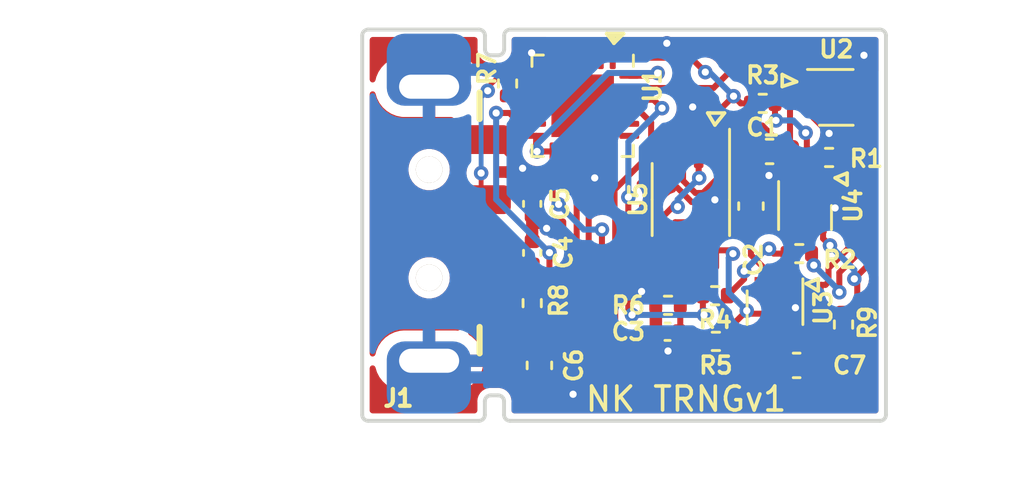
<source format=kicad_pcb>
(kicad_pcb (version 20211014) (generator pcbnew)
  (layers (0 "F.Cu" signal) (31 "B.Cu" signal) (34 "B.Paste" user) (35 "F.Paste" user) (36 "B.SilkS" user "B.Silkscreen") (37 "F.SilkS" user "F.Silkscreen") (38 "B.Mask" user) (39 "F.Mask" user) (44 "Edge.Cuts" user))
  (net 0 "")
  (net 1 "Net-(C1-Pad1)")
  (net 2 "GND")
  (net 3 "Net-(C2-Pad1)")
  (net 4 "/VREF")
  (net 5 "Net-(R1-Pad1)")
  (net 6 "/AOUT1")
  (net 7 "Net-(R2-Pad1)")
  (net 8 "/AOUT2")
  (net 9 "/COMP1")
  (net 10 "/COMP2")
  (net 11 "/3V3")
  (net 20 "/SW2EN")
  (net 21 "/SW1EN")
  (net 22 "/D-")
  (net 23 "/D+")
  (net 24 "Net-(R7-Pad1)")
  (net 25 "Net-(R8-Pad1)")
  (net 26 "/VBUS")
  (footprint "Capacitor_SMD:C_0603_1608Metric" (layer "F.Cu") (at 151.4 83.6)
    (fp_text reference "C7" (at 2.2 0) (layer "F.SilkS") (effects (font (size 0.7 0.7))))
    (fp_text value "4.7u")
    (fp_line (start -0.14058 0.51) (end 0.14058 0.51) (layer "F.SilkS") (width 0.12))
    (fp_line (start -0.14058 -0.51) (end 0.14058 -0.51) (layer "F.SilkS") (width 0.12))
    (pad "1" smd roundrect locked (at -0.775 0) (size 0.9 0.95) (layers "F.Cu" "F.Paste" "F.Mask") (net 11 "/3V3"))
    (pad "2" smd roundrect locked (at 0.775 0) (size 0.9 0.95) (layers "F.Cu" "F.Paste" "F.Mask") (net 2 "GND"))
  )
  (footprint "Package_TO_SOT_SMD:SOT-353_SC-70-5" (layer "F.Cu") (at 150.5 81.2 -90)
    (fp_text reference "U3" (at 0 -2 90) (layer "F.SilkS") (effects (font (size 0.7 0.7))))
    (fp_text value "MC74VHC1G66DFT1G")
    (fp_line (start -0.7 1.16) (end 0.7 1.16) (layer "F.SilkS") (width 0.12))
    (fp_line (start 0.7 -1.16) (end -1.2 -1.16) (layer "F.SilkS") (width 0.12))
    (pad "1" smd rect locked (at -0.95 -0.65 270) (size 0.65 0.4) (layers "F.Cu" "F.Paste" "F.Mask") (net 6 "/AOUT1"))
    (pad "2" smd rect locked (at -0.95 0 270) (size 0.65 0.4) (layers "F.Cu" "F.Paste" "F.Mask") (net 3 "Net-(C2-Pad1)"))
    (pad "3" smd rect locked (at -0.95 0.65 270) (size 0.65 0.4) (layers "F.Cu" "F.Paste" "F.Mask") (net 2 "GND"))
    (pad "4" smd rect locked (at 0.95 0.65 270) (size 0.65 0.4) (layers "F.Cu" "F.Paste" "F.Mask") (net 20 "/SW2EN"))
    (pad "5" smd rect locked (at 0.95 -0.65 270) (size 0.65 0.4) (layers "F.Cu" "F.Paste" "F.Mask") (net 11 "/3V3"))
  )
  (footprint "Capacitor_SMD:C_0402_1005Metric" (layer "F.Cu") (at 140.4 76.88 -90)
    (fp_text reference "C5" (at 0 -1.16 90) (layer "F.SilkS") (effects (font (size 0.7 0.7))))
    (fp_text value "47p")
    (fp_line (start -0.107836 0.36) (end 0.107836 0.36) (layer "F.SilkS") (width 0.12))
    (fp_line (start -0.107836 -0.36) (end 0.107836 -0.36) (layer "F.SilkS") (width 0.12))
    (pad "1" smd roundrect locked (at -0.48 0 270) (size 0.56 0.62) (layers "F.Cu" "F.Paste" "F.Mask") (net 23 "/D+"))
    (pad "2" smd roundrect locked (at 0.48 0 270) (size 0.56 0.62) (layers "F.Cu" "F.Paste" "F.Mask") (net 2 "GND"))
  )
  (footprint "Resistor_SMD:R_0402_1005Metric" (layer "F.Cu") (at 153.35 81.9 -90)
    (fp_text reference "R9" (at -0.075 -1 90) (layer "F.SilkS") (effects (font (size 0.7 0.7))))
    (fp_text value "10K")
    (fp_line (start -0.153641 -0.38) (end 0.153641 -0.38) (layer "F.SilkS") (width 0.12))
    (fp_line (start -0.153641 0.38) (end 0.153641 0.38) (layer "F.SilkS") (width 0.12))
    (pad "1" smd roundrect locked (at -0.51 0 270) (size 0.54 0.64) (layers "F.Cu" "F.Paste" "F.Mask") (net 6 "/AOUT1"))
    (pad "2" smd roundrect locked (at 0.51 0 270) (size 0.54 0.64) (layers "F.Cu" "F.Paste" "F.Mask") (net 11 "/3V3"))
  )
  (footprint "Resistor_SMD:R_0402_1005Metric" (layer "F.Cu") (at 140.4 81.01 90)
    (fp_text reference "R8" (at 0.11 1.1 90) (layer "F.SilkS") (effects (font (size 0.7 0.7))))
    (fp_text value "27R")
    (fp_line (start -0.153641 -0.38) (end 0.153641 -0.38) (layer "F.SilkS") (width 0.12))
    (fp_line (start -0.153641 0.38) (end 0.153641 0.38) (layer "F.SilkS") (width 0.12))
    (pad "1" smd roundrect locked (at -0.51 0 90) (size 0.54 0.64) (layers "F.Cu" "F.Paste" "F.Mask") (net 25 "Net-(R8-Pad1)"))
    (pad "2" smd roundrect locked (at 0.51 0 90) (size 0.54 0.64) (layers "F.Cu" "F.Paste" "F.Mask") (net 22 "/D-"))
  )
  (footprint "Resistor_SMD:R_0402_1005Metric" (layer "F.Cu") (at 148.01 80.7)
    (fp_text reference "R4" (at 0 1) (layer "F.SilkS") (effects (font (size 0.7 0.7))))
    (fp_text value "10K")
    (fp_line (start -0.153641 0.38) (end 0.153641 0.38) (layer "F.SilkS") (width 0.12))
    (fp_line (start -0.153641 -0.38) (end 0.153641 -0.38) (layer "F.SilkS") (width 0.12))
    (pad "1" smd roundrect locked (at -0.51 0) (size 0.54 0.64) (layers "F.Cu" "F.Paste" "F.Mask") (net 10 "/COMP2"))
    (pad "2" smd roundrect locked (at 0.51 0) (size 0.54 0.64) (layers "F.Cu" "F.Paste" "F.Mask") (net 7 "Net-(R2-Pad1)"))
  )
  (footprint "Capacitor_SMD:C_0603_1608Metric" (layer "F.Cu") (at 150.275 74.7 180)
    (fp_text reference "C1" (at 0.275 1) (layer "F.SilkS") (effects (font (size 0.7 0.7))))
    (fp_text value "220p")
    (fp_line (start -0.14058 0.51) (end 0.14058 0.51) (layer "F.SilkS") (width 0.12))
    (fp_line (start -0.14058 -0.51) (end 0.14058 -0.51) (layer "F.SilkS") (width 0.12))
    (pad "1" smd roundrect locked (at -0.775 0 180) (size 0.9 0.95) (layers "F.Cu" "F.Paste" "F.Mask") (net 1 "Net-(C1-Pad1)"))
    (pad "2" smd roundrect locked (at 0.775 0 180) (size 0.9 0.95) (layers "F.Cu" "F.Paste" "F.Mask") (net 2 "GND"))
  )
  (footprint "Resistor_SMD:R_0402_1005Metric" (layer "F.Cu") (at 151.51 78.95)
    (fp_text reference "R2" (at 1.69 0.25) (layer "F.SilkS") (effects (font (size 0.7 0.7))))
    (fp_text value "8.2K")
    (fp_line (start -0.153641 0.38) (end 0.153641 0.38) (layer "F.SilkS") (width 0.12))
    (fp_line (start -0.153641 -0.38) (end 0.153641 -0.38) (layer "F.SilkS") (width 0.12))
    (pad "1" smd roundrect locked (at -0.51 0) (size 0.54 0.64) (layers "F.Cu" "F.Paste" "F.Mask") (net 7 "Net-(R2-Pad1)"))
    (pad "2" smd roundrect locked (at 0.51 0) (size 0.54 0.64) (layers "F.Cu" "F.Paste" "F.Mask") (net 8 "/AOUT2"))
  )
  (footprint "Package_DFN_QFN:QFN-24-1EP_4x4mm_P0.5mm_EP2.6x2.6mm" (layer "F.Cu") (at 142.5 72.8 -90)
    (fp_text reference "U1" (at -0.85 -2.9 90) (layer "F.SilkS") (effects (font (size 0.7 0.7))))
    (fp_text value "FT240XQ")
    (fp_line (start -1.635 -2.11) (end -2.11 -2.11) (layer "F.SilkS") (width 0.12))
    (fp_line (start 2.11 2.11) (end 2.11 1.635) (layer "F.SilkS") (width 0.12))
    (fp_line (start -1.635 2.11) (end -2.11 2.11) (layer "F.SilkS") (width 0.12))
    (fp_line (start -2.11 2.11) (end -2.11 1.635) (layer "F.SilkS") (width 0.12))
    (fp_line (start 1.635 2.11) (end 2.11 2.11) (layer "F.SilkS") (width 0.12))
    (fp_line (start 1.635 -2.11) (end 2.11 -2.11) (layer "F.SilkS") (width 0.12))
    (fp_line (start 2.11 -2.11) (end 2.11 -1.635) (layer "F.SilkS") (width 0.12))
    (pad "1" smd roundrect locked (at -1.9375 -1.25 270) (size 0.825 0.25) (layers "F.Cu" "F.Paste" "F.Mask") (net 9 "/COMP1"))
    (pad "2" smd roundrect locked (at -1.9375 -0.75 270) (size 0.825 0.25) (layers "F.Cu" "F.Paste" "F.Mask"))
    (pad "3" smd roundrect locked (at -1.9375 -0.25 270) (size 0.825 0.25) (layers "F.Cu" "F.Paste" "F.Mask") (net 2 "GND"))
    (pad "4" smd roundrect locked (at -1.9375 0.25 270) (size 0.825 0.25) (layers "F.Cu" "F.Paste" "F.Mask"))
    (pad "5" smd roundrect locked (at -1.9375 0.75 270) (size 0.825 0.25) (layers "F.Cu" "F.Paste" "F.Mask"))
    (pad "6" smd roundrect locked (at -1.9375 1.25 270) (size 0.825 0.25) (layers "F.Cu" "F.Paste" "F.Mask"))
    (pad "7" smd roundrect locked (at -1.25 1.9375 270) (size 0.25 0.825) (layers "F.Cu" "F.Paste" "F.Mask") (net 2 "GND"))
    (pad "8" smd roundrect locked (at -0.75 1.9375 270) (size 0.25 0.825) (layers "F.Cu" "F.Paste" "F.Mask") (net 2 "GND"))
    (pad "9" smd roundrect locked (at -0.25 1.9375 270) (size 0.25 0.825) (layers "F.Cu" "F.Paste" "F.Mask") (net 2 "GND"))
    (pad "10" smd roundrect locked (at 0.25 1.9375 270) (size 0.25 0.825) (layers "F.Cu" "F.Paste" "F.Mask") (net 24 "Net-(R7-Pad1)"))
    (pad "11" smd roundrect locked (at 0.75 1.9375 270) (size 0.25 0.825) (layers "F.Cu" "F.Paste" "F.Mask") (net 25 "Net-(R8-Pad1)"))
    (pad "12" smd roundrect locked (at 1.25 1.9375 270) (size 0.25 0.825) (layers "F.Cu" "F.Paste" "F.Mask") (net 11 "/3V3"))
    (pad "13" smd roundrect locked (at 1.9375 1.25 270) (size 0.825 0.25) (layers "F.Cu" "F.Paste" "F.Mask") (net 11 "/3V3"))
    (pad "14" smd roundrect locked (at 1.9375 0.75 270) (size 0.825 0.25) (layers "F.Cu" "F.Paste" "F.Mask"))
    (pad "15" smd roundrect locked (at 1.9375 0.25 270) (size 0.825 0.25) (layers "F.Cu" "F.Paste" "F.Mask") (net 26 "/VBUS"))
    (pad "16" smd roundrect locked (at 1.9375 -0.25 270) (size 0.825 0.25) (layers "F.Cu" "F.Paste" "F.Mask") (net 2 "GND"))
    (pad "17" smd roundrect locked (at 1.9375 -0.75 270) (size 0.825 0.25) (layers "F.Cu" "F.Paste" "F.Mask"))
    (pad "18" smd roundrect locked (at 1.9375 -1.25 270) (size 0.825 0.25) (layers "F.Cu" "F.Paste" "F.Mask"))
    (pad "19" smd roundrect locked (at 1.25 -1.9375 270) (size 0.25 0.825) (layers "F.Cu" "F.Paste" "F.Mask"))
    (pad "20" smd roundrect locked (at 0.75 -1.9375 270) (size 0.25 0.825) (layers "F.Cu" "F.Paste" "F.Mask"))
    (pad "21" smd roundrect locked (at 0.25 -1.9375 270) (size 0.25 0.825) (layers "F.Cu" "F.Paste" "F.Mask") (net 20 "/SW2EN"))
    (pad "22" smd roundrect locked (at -0.25 -1.9375 270) (size 0.25 0.825) (layers "F.Cu" "F.Paste" "F.Mask") (net 10 "/COMP2"))
    (pad "23" smd roundrect locked (at -0.75 -1.9375 270) (size 0.25 0.825) (layers "F.Cu" "F.Paste" "F.Mask") (net 21 "/SW1EN"))
    (pad "24" smd roundrect locked (at -1.25 -1.9375 270) (size 0.25 0.825) (layers "F.Cu" "F.Paste" "F.Mask") (net 11 "/3V3"))
    (pad "25" smd rect locked (at 0 0 270) (size 2.6 2.6) (layers "F.Cu" "F.Mask") (net 2 "GND"))
  )
  (footprint "Capacitor_SMD:C_0402_1005Metric" (layer "F.Cu") (at 146.03 82.2 180)
    (fp_text reference "C3" (at 1.63 0) (layer "F.SilkS") (effects (font (size 0.7 0.7))))
    (fp_text value "22n")
    (fp_line (start -0.107836 0.36) (end 0.107836 0.36) (layer "F.SilkS") (width 0.12))
    (fp_line (start -0.107836 -0.36) (end 0.107836 -0.36) (layer "F.SilkS") (width 0.12))
    (pad "1" smd roundrect locked (at -0.48 0 180) (size 0.56 0.62) (layers "F.Cu" "F.Paste" "F.Mask") (net 4 "/VREF"))
    (pad "2" smd roundrect locked (at 0.48 0 180) (size 0.56 0.62) (layers "F.Cu" "F.Paste" "F.Mask") (net 2 "GND"))
  )
  (footprint "Package_DFN_QFN:DFN-8-1EP_2x2mm_P0.5mm_EP1.05x1.75mm" (layer "F.Cu") (at 151.75 76.95 -90)
    (fp_text reference "U4" (at 0 -2 90) (layer "F.SilkS") (effects (font (size 0.7 0.7))))
    (fp_text value "TSV912IQ2T")
    (fp_line (start -1 1.1) (end 1 1.1) (layer "F.SilkS") (width 0.12))
    (fp_line (start 0 -1.1) (end 1 -1.1) (layer "F.SilkS") (width 0.12))
    (pad "1" smd rect locked (at -0.9 -0.75 270) (size 0.5 0.3) (layers "F.Cu" "F.Paste" "F.Mask") (net 6 "/AOUT1"))
    (pad "2" smd rect locked (at -0.9 -0.25 270) (size 0.5 0.3) (layers "F.Cu" "F.Paste" "F.Mask") (net 5 "Net-(R1-Pad1)"))
    (pad "3" smd rect locked (at -0.9 0.25 270) (size 0.5 0.3) (layers "F.Cu" "F.Paste" "F.Mask") (net 1 "Net-(C1-Pad1)"))
    (pad "4" smd rect locked (at -0.9 0.75 270) (size 0.5 0.3) (layers "F.Cu" "F.Paste" "F.Mask") (net 2 "GND"))
    (pad "5" smd rect locked (at 0.9 0.75 270) (size 0.5 0.3) (layers "F.Cu" "F.Paste" "F.Mask") (net 3 "Net-(C2-Pad1)"))
    (pad "6" smd rect locked (at 0.9 0.25 270) (size 0.5 0.3) (layers "F.Cu" "F.Paste" "F.Mask") (net 7 "Net-(R2-Pad1)"))
    (pad "7" smd rect locked (at 0.9 -0.25 270) (size 0.5 0.3) (layers "F.Cu" "F.Paste" "F.Mask") (net 8 "/AOUT2"))
    (pad "8" smd rect locked (at 0.9 -0.75 270) (size 0.5 0.3) (layers "F.Cu" "F.Paste" "F.Mask") (net 11 "/3V3"))
    (pad "9" smd roundrect locked (at 0 0 270) (size 1 1.75) (layers "F.Cu" "F.Mask") (net 2 "GND"))
  )
  (footprint "Package_SO:MSOP-8_3x3mm_P0.65mm" (layer "F.Cu") (at 147 76.7 -90)
    (fp_text reference "U5" (at 0 2.2 90) (layer "F.SilkS") (effects (font (size 0.7 0.7))))
    (fp_text value "TS3022IYST")
    (fp_line (start 0 1.61) (end -1.5 1.61) (layer "F.SilkS") (width 0.12))
    (fp_line (start 0 -1.61) (end 1.5 -1.61) (layer "F.SilkS") (width 0.12))
    (fp_line (start 0 1.61) (end 1.5 1.61) (layer "F.SilkS") (width 0.12))
    (fp_line (start 0 -1.61) (end -2.925 -1.61) (layer "F.SilkS") (width 0.12))
    (pad "1" smd roundrect locked (at -2.1125 -0.975 270) (size 1.625 0.4) (layers "F.Cu" "F.Paste" "F.Mask") (net 9 "/COMP1"))
    (pad "2" smd roundrect locked (at -2.1125 -0.325 270) (size 1.625 0.4) (layers "F.Cu" "F.Paste" "F.Mask") (net 4 "/VREF"))
    (pad "3" smd roundrect locked (at -2.1125 0.325 270) (size 1.625 0.4) (layers "F.Cu" "F.Paste" "F.Mask") (net 1 "Net-(C1-Pad1)"))
    (pad "4" smd roundrect locked (at -2.1125 0.975 270) (size 1.625 0.4) (layers "F.Cu" "F.Paste" "F.Mask") (net 2 "GND"))
    (pad "5" smd roundrect locked (at 2.1125 0.975 270) (size 1.625 0.4) (layers "F.Cu" "F.Paste" "F.Mask") (net 3 "Net-(C2-Pad1)"))
    (pad "6" smd roundrect locked (at 2.1125 0.325 270) (size 1.625 0.4) (layers "F.Cu" "F.Paste" "F.Mask") (net 4 "/VREF"))
    (pad "7" smd roundrect locked (at 2.1125 -0.325 270) (size 1.625 0.4) (layers "F.Cu" "F.Paste" "F.Mask") (net 10 "/COMP2"))
    (pad "8" smd roundrect locked (at 2.1125 -0.975 270) (size 1.625 0.4) (layers "F.Cu" "F.Paste" "F.Mask") (net 11 "/3V3"))
  )
  (footprint "Resistor_SMD:R_0402_1005Metric" (layer "F.Cu") (at 148.04 82.6)
    (fp_text reference "R5" (at 0 1) (layer "F.SilkS") (effects (font (size 0.7 0.7))))
    (fp_text value "10K")
    (fp_line (start -0.153641 -0.38) (end 0.153641 -0.38) (layer "F.SilkS") (width 0.12))
    (fp_line (start -0.153641 0.38) (end 0.153641 0.38) (layer "F.SilkS") (width 0.12))
    (pad "1" smd roundrect locked (at -0.51 0) (size 0.54 0.64) (layers "F.Cu" "F.Paste" "F.Mask") (net 4 "/VREF"))
    (pad "2" smd roundrect locked (at 0.51 0) (size 0.54 0.64) (layers "F.Cu" "F.Paste" "F.Mask") (net 11 "/3V3"))
  )
  (footprint "Package_TO_SOT_SMD:SOT-353_SC-70-5" (layer "F.Cu") (at 153.05 72.45)
    (fp_text reference "U2" (at 0 -2) (layer "F.SilkS") (effects (font (size 0.7 0.7))))
    (fp_text value "MC74VHC1G66DFT1G")
    (fp_line (start -0.7 1.16) (end 0.7 1.16) (layer "F.SilkS") (width 0.12))
    (fp_line (start 0.7 -1.16) (end -1.2 -1.16) (layer "F.SilkS") (width 0.12))
    (pad "1" smd rect locked (at -0.95 -0.65) (size 0.65 0.4) (layers "F.Cu" "F.Paste" "F.Mask") (net 8 "/AOUT2"))
    (pad "2" smd rect locked (at -0.95 0) (size 0.65 0.4) (layers "F.Cu" "F.Paste" "F.Mask") (net 1 "Net-(C1-Pad1)"))
    (pad "3" smd rect locked (at -0.95 0.65) (size 0.65 0.4) (layers "F.Cu" "F.Paste" "F.Mask") (net 2 "GND"))
    (pad "4" smd rect locked (at 0.95 0.65) (size 0.65 0.4) (layers "F.Cu" "F.Paste" "F.Mask") (net 21 "/SW1EN"))
    (pad "5" smd rect locked (at 0.95 -0.65) (size 0.65 0.4) (layers "F.Cu" "F.Paste" "F.Mask") (net 11 "/3V3"))
  )
  (footprint "Resistor_SMD:R_0402_1005Metric" (layer "F.Cu") (at 139.375 71.875 90)
    (fp_text reference "R7" (at 0.625 -0.85 90) (layer "F.SilkS") (effects (font (size 0.7 0.7))))
    (fp_text value "27R")
    (fp_line (start -0.153641 -0.38) (end 0.153641 -0.38) (layer "F.SilkS") (width 0.12))
    (fp_line (start -0.153641 0.38) (end 0.153641 0.38) (layer "F.SilkS") (width 0.12))
    (pad "1" smd roundrect locked (at -0.51 0 90) (size 0.54 0.64) (layers "F.Cu" "F.Paste" "F.Mask") (net 24 "Net-(R7-Pad1)"))
    (pad "2" smd roundrect locked (at 0.51 0 90) (size 0.54 0.64) (layers "F.Cu" "F.Paste" "F.Mask") (net 23 "/D+"))
  )
  (footprint "Capacitor_SMD:C_0603_1608Metric" (layer "F.Cu") (at 149.5 76.975 90)
    (fp_text reference "C2" (at -2.225 0.1 90) (layer "F.SilkS") (effects (font (size 0.7 0.7))))
    (fp_text value "220p")
    (fp_line (start -0.14058 -0.51) (end 0.14058 -0.51) (layer "F.SilkS") (width 0.12))
    (fp_line (start -0.14058 0.51) (end 0.14058 0.51) (layer "F.SilkS") (width 0.12))
    (pad "1" smd roundrect locked (at -0.775 0 90) (size 0.9 0.95) (layers "F.Cu" "F.Paste" "F.Mask") (net 3 "Net-(C2-Pad1)"))
    (pad "2" smd roundrect locked (at 0.775 0 90) (size 0.9 0.95) (layers "F.Cu" "F.Paste" "F.Mask") (net 2 "GND"))
  )
  (footprint "Resistor_SMD:R_0402_1005Metric" (layer "F.Cu") (at 152.75 74.95)
    (fp_text reference "R1" (at 1.55 0.05) (layer "F.SilkS") (effects (font (size 0.7 0.7))))
    (fp_text value "8.2K")
    (fp_line (start -0.153641 -0.38) (end 0.153641 -0.38) (layer "F.SilkS") (width 0.12))
    (fp_line (start -0.153641 0.38) (end 0.153641 0.38) (layer "F.SilkS") (width 0.12))
    (pad "1" smd roundrect locked (at -0.51 0) (size 0.54 0.64) (layers "F.Cu" "F.Paste" "F.Mask") (net 5 "Net-(R1-Pad1)"))
    (pad "2" smd roundrect locked (at 0.51 0) (size 0.54 0.64) (layers "F.Cu" "F.Paste" "F.Mask") (net 6 "/AOUT1"))
  )
  (footprint "Capacitor_SMD:C_0402_1005Metric" (layer "F.Cu") (at 140.4 78.92 90)
    (fp_text reference "C4" (at 0.02 1.3 90) (layer "F.SilkS") (effects (font (size 0.7 0.7))))
    (fp_text value "47p")
    (fp_line (start -0.107836 0.36) (end 0.107836 0.36) (layer "F.SilkS") (width 0.12))
    (fp_line (start -0.107836 -0.36) (end 0.107836 -0.36) (layer "F.SilkS") (width 0.12))
    (pad "1" smd roundrect locked (at -0.48 0 90) (size 0.56 0.62) (layers "F.Cu" "F.Paste" "F.Mask") (net 22 "/D-"))
    (pad "2" smd roundrect locked (at 0.48 0 90) (size 0.56 0.62) (layers "F.Cu" "F.Paste" "F.Mask") (net 2 "GND"))
  )
  (footprint "Resistor_SMD:R_0402_1005Metric" (layer "F.Cu") (at 146.05 81.1)
    (fp_text reference "R6" (at -1.65 0) (layer "F.SilkS") (effects (font (size 0.7 0.7))))
    (fp_text value "10K")
    (fp_line (start -0.153641 0.38) (end 0.153641 0.38) (layer "F.SilkS") (width 0.12))
    (fp_line (start -0.153641 -0.38) (end 0.153641 -0.38) (layer "F.SilkS") (width 0.12))
    (pad "1" smd roundrect locked (at -0.51 0) (size 0.54 0.64) (layers "F.Cu" "F.Paste" "F.Mask") (net 2 "GND"))
    (pad "2" smd roundrect locked (at 0.51 0) (size 0.54 0.64) (layers "F.Cu" "F.Paste" "F.Mask") (net 4 "/VREF"))
  )
  (footprint "trng-parts:USB-A-PLUG" (layer "F.Cu") (at 127.9 77.3 180)
    (fp_text reference "J1" (at -6.93682 -7.66596) (layer "F.SilkS") (effects (font (size 0.7 0.7) (thickness 0.25))))
    (fp_text value "USB_A" hide)
    (fp_line (start -10.3124 -4.70009) (end -10.3124 -5.79991) (layer "F.SilkS") (width 0.254))
    (fp_line (start -10.3124 3.95009) (end -10.3124 5.04991) (layer "F.SilkS") (width 0.254))
    (pad "1" smd roundrect (at -10.6124 -3.90652) (size 1.99898 1.19888) (layers "F.Cu" "F.Paste" "F.Mask") (net 26 "/VBUS"))
    (pad "2" smd roundrect (at -10.6124 -1.4224) (size 1.99898 1.19888) (layers "F.Cu" "F.Paste" "F.Mask") (net 22 "/D-"))
    (pad "3" smd roundrect (at -10.6124 0.59436) (size 1.99898 1.19888) (layers "F.Cu" "F.Paste" "F.Mask") (net 23 "/D+"))
    (pad "4" smd roundrect (at -10.6124 3.09372) (size 1.99898 1.19888) (layers "F.Cu" "F.Paste" "F.Mask") (net 2 "GND"))
    (pad "5" smd roundrect (at -8.2 6) (size 3.50012 3) (layers "B.Cu" "B.Mask") (net 2 "GND"))
    (pad "5" smd roundrect (at -8.2 -6.8) (size 3.50012 3) (layers "B.Cu" "B.Mask") (net 2 "GND"))
    (pad "5" thru_hole oval (at -8.21182 5.29336) (size 3.50012 1.50114) (drill oval 2.49936 1.00076) (layers *.Cu *.Mask) (net 2 "GND"))
    (pad "5" thru_hole oval (at -8.21182 -6.10616) (size 3.50012 1.50114) (drill oval 2.49936 1.00076) (layers *.Cu *.Mask) (net 2 "GND"))
    (pad "7" thru_hole circle (at -8.21182 1.84404) (size 1.09982 1.09982) (drill 1.09982) (layers *.Cu *.Mask "F.SilkS"))
    (pad "8" thru_hole circle (at -8.21182 -2.65684) (size 1.09982 1.09982) (drill 1.09982) (layers *.Cu *.Mask "F.SilkS"))
  )
  (footprint "Resistor_SMD:R_0402_1005Metric" (layer "F.Cu") (at 149.99 72.7)
    (fp_text reference "R3" (at 0 -1.17) (layer "F.SilkS") (effects (font (size 0.7 0.7))))
    (fp_text value "10K")
    (fp_line (start -0.153641 0.38) (end 0.153641 0.38) (layer "F.SilkS") (width 0.12))
    (fp_line (start -0.153641 -0.38) (end 0.153641 -0.38) (layer "F.SilkS") (width 0.12))
    (pad "1" smd roundrect locked (at -0.51 0) (size 0.54 0.64) (layers "F.Cu" "F.Paste" "F.Mask") (net 9 "/COMP1"))
    (pad "2" smd roundrect locked (at 0.51 0) (size 0.54 0.64) (layers "F.Cu" "F.Paste" "F.Mask") (net 5 "Net-(R1-Pad1)"))
  )
  (footprint "Capacitor_SMD:C_0603_1608Metric" (layer "F.Cu") (at 140.7 83.6 -90)
    (fp_text reference "C6" (at 0 -1.43 90) (layer "F.SilkS") (effects (font (size 0.7 0.7))))
    (fp_text value "4.7u")
    (fp_line (start -0.14058 0.51) (end 0.14058 0.51) (layer "F.SilkS") (width 0.12))
    (fp_line (start -0.14058 -0.51) (end 0.14058 -0.51) (layer "F.SilkS") (width 0.12))
    (pad "1" smd roundrect locked (at -0.775 0 270) (size 0.9 0.95) (layers "F.Cu" "F.Paste" "F.Mask") (net 26 "/VBUS"))
    (pad "2" smd roundrect locked (at 0.775 0 270) (size 0.9 0.95) (layers "F.Cu" "F.Paste" "F.Mask") (net 2 "GND"))
  )
  (gr_line (start 143.5 69.8) (end 144 69.9) (layer "F.SilkS") (width 0.15))
  (gr_line (start 151.8 80.2) (end 152.3 80) (layer "F.SilkS") (width 0.15))
  (gr_line (start 152.3 80) (end 152.3 80.5) (layer "F.SilkS") (width 0.15))
  (gr_line (start 153.5 75.6) (end 153.5 76.1) (layer "F.SilkS") (width 0.15))
  (gr_line (start 147.8 73.1) (end 147.7 73.1) (layer "F.SilkS") (width 0.15))
  (gr_line (start 153.5 76.1) (end 153 75.8) (layer "F.SilkS") (width 0.15))
  (gr_line (start 152.3 80.5) (end 151.8 80.2) (layer "F.SilkS") (width 0.15))
  (gr_line (start 153 75.8) (end 153.5 75.6) (layer "F.SilkS") (width 0.15))
  (gr_line (start 143.8 70.2) (end 144 69.9) (layer "F.SilkS") (width 0.15))
  (gr_line (start 143.5 69.8) (end 143.8 70) (layer "F.SilkS") (width 0.15))
  (gr_line (start 147.7 73.1) (end 148 73.6) (layer "F.SilkS") (width 0.15))
  (gr_line (start 143.8 70.2) (end 143.5 69.8) (layer "F.SilkS") (width 0.15))
  (gr_line (start 150.8 72) (end 151.4 71.8) (layer "F.SilkS") (width 0.15))
  (gr_line (start 151.4 71.8) (end 150.8 71.5) (layer "F.SilkS") (width 0.15))
  (gr_line (start 144.2 69.8) (end 143.8 70.2) (layer "F.SilkS") (width 0.15))
  (gr_line (start 150.8 71.5) (end 150.8 72) (layer "F.SilkS") (width 0.15))
  (gr_line (start 148.4 73.1) (end 147.8 73.1) (layer "F.SilkS") (width 0.15))
  (gr_line (start 143.5 69.8) (end 144.2 69.8) (layer "F.SilkS") (width 0.15))
  (gr_line (start 148 73.6) (end 148.4 73.1) (layer "F.SilkS") (width 0.15))
  (gr_arc (start 138.43 85.655) (mid 138.357 85.832) (end 138.18 85.905) (layer "Edge.Cuts") (width 0.16))
  (gr_line (start 155.115 69.88) (end 155.115 85.655) (layer "Edge.Cuts") (width 0.16))
  (gr_arc (start 154.865 69.63) (mid 155.042 69.703) (end 155.115 69.88) (layer "Edge.Cuts") (width 0.16))
  (gr_arc (start 133.33 69.88) (mid 133.403 69.703) (end 133.58 69.63) (layer "Edge.Cuts") (width 0.16))
  (gr_arc (start 138.98 84.845) (mid 139.157 84.918) (end 139.23 85.095) (layer "Edge.Cuts") (width 0.16))
  (gr_arc (start 138.43 85.095) (mid 138.503 84.918) (end 138.68 84.845) (layer "Edge.Cuts") (width 0.16))
  (gr_arc (start 155.115 85.655) (mid 155.042 85.832) (end 154.865 85.905) (layer "Edge.Cuts") (width 0.16))
  (gr_line (start 133.33 85.655) (end 133.33 69.88) (layer "Edge.Cuts") (width 0.16))
  (gr_arc (start 133.58 85.905) (mid 133.403 85.832) (end 133.33 85.655) (layer "Edge.Cuts") (width 0.16))
  (gr_arc (start 138.185 69.63) (mid 138.362 69.703) (end 138.435 69.88) (layer "Edge.Cuts") (width 0.16))
  (gr_line (start 138.18 85.905) (end 133.58 85.905) (layer "Edge.Cuts") (width 0.16))
  (gr_line (start 139.23 85.095) (end 139.23 85.655) (layer "Edge.Cuts") (width 0.16))
  (gr_line (start 139.48 85.905) (end 154.865 85.905) (layer "Edge.Cuts") (width 0.16))
  (gr_line (start 139.235 70.45) (end 139.235 69.88) (layer "Edge.Cuts") (width 0.16))
  (gr_line (start 138.185 69.63) (end 133.58 69.63) (layer "Edge.Cuts") (width 0.16))
  (gr_arc (start 139.235 69.88) (mid 139.308 69.703) (end 139.485 69.63) (layer "Edge.Cuts") (width 0.16))
  (gr_line (start 139.485 69.63) (end 154.865 69.63) (layer "Edge.Cuts") (width 0.16))
  (gr_arc (start 139.48 85.905) (mid 139.303 85.832) (end 139.23 85.655) (layer "Edge.Cuts") (width 0.16))
  (gr_line (start 138.435 69.88) (end 138.435 70.45) (layer "Edge.Cuts") (width 0.16))
  (gr_line (start 138.43 85.655) (end 138.43 85.095) (layer "Edge.Cuts") (width 0.16))
  (gr_arc (start 139.235 70.45) (mid 139.162 70.627) (end 138.985 70.7) (layer "Edge.Cuts") (width 0.16))
  (gr_line (start 138.685 70.7) (end 138.985 70.7) (layer "Edge.Cuts") (width 0.16))
  (gr_line (start 138.68 84.845) (end 138.98 84.845) (layer "Edge.Cuts") (width 0.16))
  (gr_arc (start 138.685 70.7) (mid 138.508 70.627) (end 138.435 70.45) (layer "Edge.Cuts") (width 0.16))
  (gr_text "NK TRNGv1" (at 146.8 85) (layer "F.SilkS") (effects (font (size 1 1))))
  (segment (start 151.05 74.7) (end 151.124501 74.625499) (width 0.25) (layer "F.Cu") (net 1))
  (segment (start 149.975 73.625) (end 151.05 74.7) (width 0.25) (layer "F.Cu") (net 1))
  (segment (start 151.5 76.05) (end 151.5 75.15) (width 0.25) (layer "F.Cu") (net 1))
  (segment (start 151.124501 72.550499) (end 151.225 72.45) (width 0.25) (layer "F.Cu") (net 1))
  (segment (start 148.6 75.329941) (end 148.6 73.95) (width 0.25) (layer "F.Cu") (net 1))
  (segment (start 146.675 75.912593) (end 147.188908 76.426501) (width 0.25) (layer "F.Cu") (net 1))
  (segment (start 147.50344 76.426501) (end 148.6 75.329941) (width 0.25) (layer "F.Cu") (net 1))
  (segment (start 147.188908 76.426501) (end 147.50344 76.426501) (width 0.25) (layer "F.Cu") (net 1))
  (segment (start 148.6 73.95) (end 148.925 73.625) (width 0.25) (layer "F.Cu") (net 1))
  (segment (start 148.925 73.625) (end 149.975 73.625) (width 0.25) (layer "F.Cu") (net 1))
  (segment (start 151.124501 74.625499) (end 151.124501 72.550499) (width 0.25) (layer "F.Cu") (net 1))
  (segment (start 146.675 74.5875) (end 146.675 75.912593) (width 0.25) (layer "F.Cu") (net 1))
  (segment (start 151.5 75.15) (end 151.05 74.7) (width 0.25) (layer "F.Cu") (net 1))
  (segment (start 151.225 72.45) (end 152.1 72.45) (width 0.25) (layer "F.Cu") (net 1))
  (segment (start 146.025 75.937407) (end 146.167348 75.937407) (width 0.25) (layer "F.Cu") (net 2))
  (segment (start 138.5124 74.20628) (end 138.80628 74.20628) (width 0.25) (layer "F.Cu") (net 2))
  (segment (start 142.75 70.402672) (end 143.027192 70.12548) (width 0.25) (layer "F.Cu") (net 2))
  (segment (start 146.025 75.937407) (end 144.975 76.987407) (width 0.25) (layer "F.Cu") (net 2))
  (segment (start 151 76.05) (end 150.6 76.05) (width 0.25) (layer "F.Cu") (net 2))
  (segment (start 151.350978 76.95) (end 151.75 76.95) (width 0.25) (layer "F.Cu") (net 2))
  (segment (start 142.5875 83.5875) (end 142.5875 82.4875) (width 0.25) (layer "F.Cu") (net 2))
  (segment (start 146.025 74.5875) (end 146.025 73.9) (width 0.25) (layer "F.Cu") (net 2))
  (segment (start 153.7 70.2) (end 154.2 70.7) (width 0.25) (layer "F.Cu") (net 2))
  (segment (start 140.9 77.8) (end 141 77.9) (width 0.25) (layer "F.Cu") (net 2))
  (segment (start 146.025 74.5875) (end 146.025 75.937407) (width 0.25) (layer "F.Cu") (net 2))
  (segment (start 150.55 81.2) (end 151.35 81.2) (width 0.25) (layer "F.Cu") (net 2))
  (segment (start 150.025 81) (end 150.35 81) (width 0.25) (layer "F.Cu") (net 2))
  (segment (start 140.7 84.375) (end 141.675 84.375) (width 0.25) (layer "F.Cu") (net 2))
  (segment (start 145.55 82.2) (end 145.55 82.5) (width 0.25) (layer "F.Cu") (net 2))
  (segment (start 142.5875 82.4875) (end 140.7 84.375) (width 0.25) (layer "F.Cu") (net 2))
  (segment (start 146 70.2) (end 153.7 70.2) (width 0.25) (layer "F.Cu") (net 2))
  (segment (start 142.75 73.05) (end 142.5 72.8) (width 0.25) (layer "F.Cu") (net 2))
  (segment (start 145.55 82.5) (end 146.05 83) (width 0.25) (layer "F.Cu") (net 2))
  (segment (start 149.85 80.825) (end 150.025 81) (width 0.25) (layer "F.Cu") (net 2))
  (segment (start 138.80628 74.20628) (end 140 75.4) (width 0.25) (layer "F.Cu") (net 2))
  (segment (start 140.5625 71.55) (end 140.5625 70.7875) (width 0.25) (layer "F.Cu") (net 2))
  (segment (start 149.5 76.2) (end 150.85 76.2) (width 0.25) (layer "F.Cu") (net 2))
  (segment (start 140.5625 72.05) (end 141.75 72.05) (width 0.25) (layer "F.Cu") (net 2))
  (segment (start 141.75 72.05) (end 142.5 72.8) (width 0.25) (layer "F.Cu") (net 2))
  (segment (start 149.5 74.7) (end 149.5 76.2) (width 0.25) (layer "F.Cu") (net 2))
  (segment (start 150.35 81) (end 150.45 81.1) (width 0.25) (layer "F.Cu") (net 2))
  (segment (start 140.5625 70.7875) (end 140.375 70.6) (width 0.25) (layer "F.Cu") (net 2))
  (segment (start 151 76.599022) (end 151.350978 76.95) (width 0.25) (layer "F.Cu") (net 2))
  (segment (start 148.50988 76.2) (end 147.998703 76.711177) (width 0.25) (layer "F.Cu") (net 2))
  (segment (start 149.5 76.2) (end 148.50988 76.2) (width 0.25) (layer "F.Cu") (net 2))
  (segment (start 144.975 80.5) (end 144.95 80.525) (width 0.25) (layer "F.Cu") (net 2))
  (segment (start 151.75 76.95) (end 152.9 76.95) (width 0.25) (layer "F.Cu") (net 2))
  (segment (start 140.5625 71.55) (end 140.5625 72.55) (width 0.25) (layer "F.Cu") (net 2))
  (segment (start 147.906868 76.803012) (end 147.998703 76.711177) (width 0.25) (layer "F.Cu") (net 2))
  (segment (start 144.965 80.525) (end 144.95 80.525) (width 0.25) (layer "F.Cu") (net 2))
  (segment (start 151 76.05) (end 151 76.599022) (width 0.25) (layer "F.Cu") (net 2))
  (segment (start 145.92548 70.12548) (end 146 70.2) (width 0.25) (layer "F.Cu") (net 2))
  (segment (start 142.75 72.55) (end 142.5 72.8) (width 0.25) (layer "F.Cu") (net 2))
  (segment (start 149.85 80.25) (end 149.85 80.825) (width 0.25) (layer "F.Cu") (net 2))
  (segment (start 142.75 70.8625) (end 142.75 70.402672) (width 0.25) (layer "F.Cu") (net 2))
  (segment (start 142.75 82.325) (end 142.5875 82.4875) (width 0.25) (layer "F.Cu") (net 2))
  (segment (start 145.55 81.11) (end 145.54 81.1) (width 0.25) (layer "F.Cu") (net 2))
  (segment (start 142.75 74.7375) (end 142.75 82.325) (width 0.25) (layer "F.Cu") (net 2))
  (segment (start 140.4 78.44) (end 140.4 77.8) (width 0.25) (layer "F.Cu") (net 2))
  (segment (start 141.675 84.375) (end 142.1 84.8) (width 0.25) (layer "F.Cu") (net 2))
  (segment (start 142.75 70.8625) (end 142.75 72.55) (width 0.25) (layer "F.Cu") (net 2))
  (segment (start 144.975 76.987407) (end 144.975 80.5) (width 0.25) (layer "F.Cu") (net 2))
  (segment (start 142.75 74.7375) (end 142.75 73.05) (width 0.25) (layer "F.Cu") (net 2))
  (segment (start 143.027192 70.12548) (end 145.92548 70.12548) (width 0.25) (layer "F.Cu") (net 2))
  (segment (start 146.167348 75.937407) (end 147.032953 76.803012) (width 0.25) (layer "F.Cu") (net 2))
  (segment (start 152.9 76.95) (end 153 77.05) (width 0.25) (layer "F.Cu") (net 2))
  (segment (start 140.4 77.8) (end 140.4 77.36) (width 0.25) (layer "F.Cu") (net 2))
  (segment (start 147.032953 76.803012) (end 147.906868 76.803012) (width 0.25) (layer "F.Cu") (net 2))
  (segment (start 142.75 74.7375) (end 142.75 75.55) (width 0.25) (layer "F.Cu") (net 2))
  (segment (start 150.6 76.05) (end 150.25 75.7) (width 0.25) (layer "F.Cu") (net 2))
  (segment (start 142.75 75.55) (end 143 75.8) (width 0.25) (layer "F.Cu") (net 2))
  (segment (start 146.025 73.9) (end 147.075 72.85) (width 0.25) (layer "F.Cu") (net 2))
  (segment (start 152.1 73.1) (end 152.1 73.3) (width 0.25) (layer "F.Cu") (net 2))
  (segment (start 140.4 77.8) (end 140.9 77.8) (width 0.25) (layer "F.Cu") (net 2))
  (segment (start 145.54 81.1) (end 144.965 80.525) (width 0.25) (layer "F.Cu") (net 2))
  (segment (start 145.55 82.2) (end 145.55 81.11) (width 0.25) (layer "F.Cu") (net 2))
  (segment (start 152.175 83.6) (end 150.975 84.8) (width 0.25) (layer "F.Cu") (net 2))
  (segment (start 152.1 73.3) (end 152.75 73.95) (width 0.25) (layer "F.Cu") (net 2))
  (segment (start 150.85 76.2) (end 151 76.05) (width 0.25) (layer "F.Cu") (net 2))
  (segment (start 150.45 81.1) (end 150.55 81.2) (width 0.25) (layer "F.Cu") (net 2))
  (segment (start 143.8 84.8) (end 142.5875 83.5875) (width 0.25) (layer "F.Cu") (net 2))
  (segment (start 150.975 84.8) (end 143.8 84.8) (width 0.25) (layer "F.Cu") (net 2))
  (via (at 147.075 72.85) (size 0.6) (drill 0.3) (layers "F.Cu" "B.Cu") (net 2))
  (via (at 152.75 73.95) (size 0.6) (drill 0.3) (layers "F.Cu" "B.Cu") (net 2))
  (via (at 143 75.8) (size 0.6) (drill 0.3) (layers "F.Cu" "B.Cu") (net 2))
  (via (at 153 77.05) (size 0.6) (drill 0.3) (layers "F.Cu" "B.Cu") (net 2))
  (via (at 146 70.2) (size 0.6) (drill 0.3) (layers "F.Cu" "B.Cu") (net 2))
  (via (at 140 75.4) (size 0.6) (drill 0.3) (layers "F.Cu" "B.Cu") (net 2))
  (via (at 140.375 70.6) (size 0.6) (drill 0.3) (layers "F.Cu" "B.Cu") (net 2))
  (via (at 142.1 84.8) (size 0.6) (drill 0.3) (layers "F.Cu" "B.Cu") (net 2))
  (via (at 141 77.9) (size 0.6) (drill 0.3) (layers "F.Cu" "B.Cu") (net 2))
  (via (at 150.25 75.7) (size 0.6) (drill 0.3) (layers "F.Cu" "B.Cu") (net 2))
  (via (at 151.35 81.2) (size 0.6) (drill 0.3) (layers "F.Cu" "B.Cu") (net 2))
  (via (at 144.95 80.525) (size 0.6) (drill 0.3) (layers "F.Cu" "B.Cu") (net 2))
  (via (at 154.2 70.7) (size 0.6) (drill 0.3) (layers "F.Cu" "B.Cu") (net 2))
  (via (at 147.998703 76.711177) (size 0.6) (drill 0.3) (layers "F.Cu" "B.Cu") (net 2))
  (via (at 146.05 83) (size 0.6) (drill 0.3) (layers "F.Cu" "B.Cu") (net 2))
  (segment (start 140.4 75.8) (end 143 75.8) (width 0.25) (layer "B.Cu") (net 2))
  (segment (start 140 75.4) (end 140.4 75.8) (width 0.25) (layer "B.Cu") (net 2))
  (segment (start 149.5 79.004941) (end 149.5 77.75) (width 0.25) (layer "F.Cu") (net 3))
  (segment (start 150.5 80.004941) (end 149.5 79.004941) (width 0.25) (layer "F.Cu") (net 3))
  (segment (start 148.694769 77.644769) (end 146.348047 77.644769) (width 0.25) (layer "F.Cu") (net 3))
  (segment (start 149.5 77.75) (end 149.6 77.85) (width 0.25) (layer "F.Cu") (net 3))
  (segment (start 149.5 77.75) (end 148.8 77.75) (width 0.25) (layer "F.Cu") (net 3))
  (segment (start 146 77.992816) (end 146 78.7875) (width 0.25) (layer "F.Cu") (net 3))
  (segment (start 149.6 77.85) (end 151 77.85) (width 0.25) (layer "F.Cu") (net 3))
  (segment (start 146.348047 77.644769) (end 146 77.992816) (width 0.25) (layer "F.Cu") (net 3))
  (segment (start 150.5 80.25) (end 150.5 80.004941) (width 0.25) (layer "F.Cu") (net 3))
  (segment (start 148.8 77.75) (end 148.694769 77.644769) (width 0.25) (layer "F.Cu") (net 3))
  (segment (start 146 78.7875) (end 146.025 78.8125) (width 0.25) (layer "F.Cu") (net 3))
  (segment (start 146.675 80.025) (end 146.5 80.2) (width 0.25) (layer "F.Cu") (net 4))
  (segment (start 145.375 77.875) (end 146.25 77) (width 0.25) (layer "F.Cu") (net 4))
  (segment (start 146.5 81.04) (end 146.56 81.1) (width 0.25) (layer "F.Cu") (net 4))
  (segment (start 146.5 80.2) (end 145.975 80.2) (width 0.25) (layer "F.Cu") (net 4))
  (segment (start 147.53 82.6) (end 146.91 82.6) (width 0.25) (layer "F.Cu") (net 4))
  (segment (start 146.25 77) (end 146.45 77) (width 0.25) (layer "F.Cu") (net 4))
  (segment (start 147.325 74.5875) (end 147.325 75.782653) (width 0.25) (layer "F.Cu") (net 4))
  (segment (start 146.675 78.8125) (end 146.675 80.025) (width 0.25) (layer "F.Cu") (net 4))
  (segment (start 146.5 80.2) (end 146.5 81.04) (width 0.25) (layer "F.Cu") (net 4))
  (segment (start 145.975 80.2) (end 145.375 79.6) (width 0.25) (layer "F.Cu") (net 4))
  (segment (start 146.56 82.15) (end 146.51 82.2) (width 0.25) (layer "F.Cu") (net 4))
  (segment (start 146.56 81.1) (end 146.56 82.15) (width 0.25) (layer "F.Cu") (net 4))
  (segment (start 147.325 75.782653) (end 147.346173 75.803826) (width 0.25) (layer "F.Cu") (net 4))
  (segment (start 146.91 82.6) (end 146.51 82.2) (width 0.25) (layer "F.Cu") (net 4))
  (segment (start 145.375 79.6) (end 145.375 77.875) (width 0.25) (layer "F.Cu") (net 4))
  (via (at 146.45 77) (size 0.6) (drill 0.3) (layers "F.Cu" "B.Cu") (net 4))
  (via (at 147.346173 75.803826) (size 0.6) (drill 0.3) (layers "F.Cu" "B.Cu") (net 4))
  (segment (start 146.45 76.699999) (end 147.346173 75.803826) (width 0.25) (layer "B.Cu") (net 4))
  (segment (start 146.45 77) (end 146.45 76.699999) (width 0.25) (layer "B.Cu") (net 4))
  (segment (start 150.5 73.37006) (end 150.53997 73.41003) (width 0.25) (layer "F.Cu") (net 5))
  (segment (start 151.773999 73.924737) (end 151.82452 73.975258) (width 0.25) (layer "F.Cu") (net 5))
  (segment (start 151.82452 73.975258) (end 151.82452 74.53452) (width 0.25) (layer "F.Cu") (net 5))
  (segment (start 152 76.05) (end 152 75.19) (width 0.25) (layer "F.Cu") (net 5))
  (segment (start 151.82452 74.53452) (end 152.24 74.95) (width 0.25) (layer "F.Cu") (net 5))
  (segment (start 150.5 72.7) (end 150.5 73.37006) (width 0.25) (layer "F.Cu") (net 5))
  (segment (start 152 75.19) (end 152.24 74.95) (width 0.25) (layer "F.Cu") (net 5))
  (via (at 150.53997 73.41003) (size 0.6) (drill 0.3) (layers "F.Cu" "B.Cu") (net 5))
  (via (at 151.773999 73.924737) (size 0.6) (drill 0.3) (layers "F.Cu" "B.Cu") (net 5))
  (segment (start 151.259292 73.41003) (end 150.53997 73.41003) (width 0.25) (layer "B.Cu") (net 5))
  (segment (start 151.773999 73.924737) (end 151.259292 73.41003) (width 0.25) (layer "B.Cu") (net 5))
  (segment (start 153.35 81.39) (end 153.335 81.39) (width 0.25) (layer "F.Cu") (net 6))
  (segment (start 152.9 76.05) (end 153.551501 76.701501) (width 0.25) (layer "F.Cu") (net 6))
  (segment (start 152.4 80.925) (end 152.4 80.275) (width 0.25) (layer "F.Cu") (net 6))
  (segment (start 153.3 81.425) (end 152.9 81.425) (width 0.25) (layer "F.Cu") (net 6))
  (segment (start 152.5 76.05) (end 152.5 75.71) (width 0.25) (layer "F.Cu") (net 6))
  (segment (start 152.9 81.425) (end 152.4 80.925) (width 0.25) (layer "F.Cu") (net 6))
  (segment (start 152.599246 80.25) (end 152.425 80.25) (width 0.25) (layer "F.Cu") (net 6))
  (segment (start 152.425 80.25) (end 151.15 80.25) (width 0.25) (layer "F.Cu") (net 6))
  (segment (start 152.725988 79.555129) (end 152.725988 80.123258) (width 0.25) (layer "F.Cu") (net 6))
  (segment (start 152.4 80.275) (end 152.425 80.25) (width 0.25) (layer "F.Cu") (net 6))
  (segment (start 153.551501 76.701501) (end 153.551501 78.729616) (width 0.25) (layer "F.Cu") (net 6))
  (segment (start 152.5 75.71) (end 153.26 74.95) (width 0.25) (layer "F.Cu") (net 6))
  (segment (start 153.335 81.39) (end 153.3 81.425) (width 0.25) (layer "F.Cu") (net 6))
  (segment (start 152.5 76.05) (end 152.9 76.05) (width 0.25) (layer "F.Cu") (net 6))
  (segment (start 152.725988 80.123258) (end 152.599246 80.25) (width 0.25) (layer "F.Cu") (net 6))
  (segment (start 153.551501 78.729616) (end 152.725988 79.555129) (width 0.25) (layer "F.Cu") (net 6))
  (segment (start 151.5 77.85) (end 151.5 78.45) (width 0.25) (layer "F.Cu") (net 7))
  (segment (start 151 78.95) (end 150.45 78.95) (width 0.25) (layer "F.Cu") (net 7))
  (segment (start 151.5 78.45) (end 151 78.95) (width 0.25) (layer "F.Cu") (net 7))
  (segment (start 149.214646 79.680114) (end 149.214646 80.005354) (width 0.25) (layer "F.Cu") (net 7))
  (segment (start 150.45 78.95) (end 150.25 78.75) (width 0.25) (layer "F.Cu") (net 7))
  (segment (start 149.214646 80.005354) (end 148.52 80.7) (width 0.25) (layer "F.Cu") (net 7))
  (via (at 150.25 78.75) (size 0.6) (drill 0.3) (layers "F.Cu" "B.Cu") (net 7))
  (via (at 149.214646 79.680114) (size 0.6) (drill 0.3) (layers "F.Cu" "B.Cu") (net 7))
  (segment (start 150.14476 78.75) (end 150.25 78.75) (width 0.25) (layer "B.Cu") (net 7))
  (segment (start 149.214646 79.680114) (end 150.14476 78.75) (width 0.25) (layer "B.Cu") (net 7))
  (segment (start 152.675 71.8) (end 152.800489 71.925489) (width 0.25) (layer "F.Cu") (net 8))
  (segment (start 153.95049 74.224512) (end 153.95049 78.966331) (width 0.25) (layer "F.Cu") (net 8))
  (segment (start 153.175499 79.741322) (end 153.1755 80.556925) (width 0.25) (layer "F.Cu") (net 8))
  (segment (start 152.02 79.338076) (end 152.113776 79.431852) (width 0.25) (layer "F.Cu") (net 8))
  (segment (start 152 77.85) (end 152 78.93) (width 0.25) (layer "F.Cu") (net 8))
  (segment (start 152 78.93) (end 152.02 78.95) (width 0.25) (layer "F.Cu") (net 8))
  (segment (start 152.1 71.8) (end 152.675 71.8) (width 0.25) (layer "F.Cu") (net 8))
  (segment (start 152.02 78.95) (end 152.02 79.338076) (width 0.25) (layer "F.Cu") (net 8))
  (segment (start 153.95049 78.966331) (end 153.175499 79.741322) (width 0.25) (layer "F.Cu") (net 8))
  (segment (start 152.800489 73.074511) (end 153.95049 74.224512) (width 0.25) (layer "F.Cu") (net 8))
  (segment (start 152.800489 71.925489) (end 152.800489 73.074511) (width 0.25) (layer "F.Cu") (net 8))
  (via (at 152.113776 79.431852) (size 0.6) (drill 0.3) (layers "F.Cu" "B.Cu") (net 8))
  (via (at 153.1755 80.556925) (size 0.6) (drill 0.3) (layers "F.Cu" "B.Cu") (net 8))
  (segment (start 152.113776 79.431852) (end 153.1755 80.493576) (width 0.25) (layer "B.Cu") (net 8))
  (segment (start 153.1755 80.493576) (end 153.1755 80.556925) (width 0.25) (layer "B.Cu") (net 8))
  (segment (start 147.975 74.5875) (end 147.975 73.200638) (width 0.25) (layer "F.Cu") (net 9))
  (segment (start 149.074586 72.7) (end 148.775112 72.400526) (width 0.25) (layer "F.Cu") (net 9))
  (segment (start 143.811501 70.800999) (end 147.000999 70.800999) (width 0.25) (layer "F.Cu") (net 9))
  (segment (start 147.975 73.200638) (end 148.775112 72.400526) (width 0.25) (layer "F.Cu") (net 9))
  (segment (start 147.000999 70.800999) (end 147.6 71.4) (width 0.25) (layer "F.Cu") (net 9))
  (segment (start 143.75 70.8625) (end 143.811501 70.800999) (width 0.25) (layer "F.Cu") (net 9))
  (segment (start 149.48 72.7) (end 149.074586 72.7) (width 0.25) (layer "F.Cu") (net 9))
  (via (at 148.775112 72.400526) (size 0.6) (drill 0.3) (layers "F.Cu" "B.Cu") (net 9))
  (via (at 147.6 71.4) (size 0.6) (drill 0.3) (layers "F.Cu" "B.Cu") (net 9))
  (segment (start 147.6 71.4) (end 147.774586 71.4) (width 0.25) (layer "B.Cu") (net 9))
  (segment (start 148.775112 72.400526) (end 148.775112 72.499888) (width 0.25) (layer "B.Cu") (net 9))
  (segment (start 147.774586 71.4) (end 148.775112 72.400526) (width 0.25) (layer "B.Cu") (net 9))
  (segment (start 144.4 76.6) (end 144.398499 76.601501) (width 0.25) (layer "F.Cu") (net 10))
  (segment (start 147.5 81.45) (end 147.55 81.5) (width 0.25) (layer "F.Cu") (net 10))
  (segment (start 147.325 78.8125) (end 147.325 80.525) (width 0.25) (layer "F.Cu") (net 10))
  (segment (start 147.325 80.525) (end 147.5 80.7) (width 0.25) (layer "F.Cu") (net 10))
  (segment (start 144.4375 72.55) (end 145.45 72.55) (width 0.25) (layer "F.Cu") (net 10))
  (segment (start 144.398499 76.601501) (end 144.398499 81.348499) (width 0.25) (layer "F.Cu") (net 10))
  (segment (start 147.5 80.7) (end 147.5 81.45) (width 0.25) (layer "F.Cu") (net 10))
  (segment (start 144.398499 81.348499) (end 144.55 81.5) (width 0.25) (layer "F.Cu") (net 10))
  (segment (start 145.45 72.55) (end 145.8 72.9) (width 0.25) (layer "F.Cu") (net 10))
  (via (at 145.8 72.9) (size 0.6) (drill 0.3) (layers "F.Cu" "B.Cu") (net 10))
  (via (at 144.4 76.6) (size 0.6) (drill 0.3) (layers "F.Cu" "B.Cu") (net 10))
  (via (at 144.55 81.5) (size 0.6) (drill 0.3) (layers "F.Cu" "B.Cu") (net 10))
  (via (at 147.55 81.5) (size 0.6) (drill 0.3) (layers "F.Cu" "B.Cu") (net 10))
  (segment (start 145.8 72.9) (end 144.4 74.3) (width 0.25) (layer "B.Cu") (net 10))
  (segment (start 144.4 74.3) (end 144.4 76.6) (width 0.25) (layer "B.Cu") (net 10))
  (segment (start 147.55 81.5) (end 144.55 81.5) (width 0.25) (layer "B.Cu") (net 10))
  (segment (start 154.649511 72.449511) (end 154.649511 79.150489) (width 0.25) (layer "F.Cu") (net 11))
  (segment (start 153.92152 81.83848) (end 153.92152 80.12152) (width 0.25) (layer "F.Cu") (net 11))
  (segment (start 152.5 77.85) (end 152.5 78.323521) (width 0.25) (layer "F.Cu") (net 11))
  (segment (start 144.4375 71.55) (end 145.50413 71.55) (width 0.25) (layer "F.Cu") (net 11))
  (segment (start 140.5625 74.6625) (end 140.6 74.7) (width 0.25) (layer "F.Cu") (net 11))
  (segment (start 141.25 74.7375) (end 141.25 76.65) (width 0.25) (layer "F.Cu") (net 11))
  (segment (start 148.55 82.1) (end 149.325 81.325) (width 0.25) (layer "F.Cu") (net 11))
  (segment (start 150.625 83.6) (end 149.925 84.3) (width 0.25) (layer "F.Cu") (net 11))
  (segment (start 144.6 84.3) (end 143.3015 83.0015) (width 0.25) (layer "F.Cu") (net 11))
  (segment (start 154 71.8) (end 154.649511 72.449511) (width 0.25) (layer "F.Cu") (net 11))
  (segment (start 140.6 74.7) (end 141.2125 74.7) (width 0.25) (layer "F.Cu") (net 11))
  (segment (start 150.625 82.675) (end 151.15 82.15) (width 0.25) (layer "F.Cu") (net 11))
  (segment (start 153.35 82.41) (end 153.92152 81.83848) (width 0.25) (layer "F.Cu") (net 11))
  (segment (start 141.2125 74.7) (end 141.25 74.7375) (width 0.25) (layer "F.Cu") (net 11))
  (segment (start 153.92152 80.12152) (end 153.8 80) (width 0.25) (layer "F.Cu") (net 11))
  (segment (start 149.925 84.3) (end 144.6 84.3) (width 0.25) (layer "F.Cu") (net 11))
  (segment (start 147.975 78.8125) (end 148.6125 78.8125) (width 0.25) (layer "F.Cu") (net 11))
  (segment (start 149.44951 81.44951) (end 149.325 81.325) (width 0.25) (layer "F.Cu") (net 11))
  (segment (start 150.864296 82.15) (end 150.163806 81.44951) (width 0.25) (layer "F.Cu") (net 11))
  (segment (start 151.15 82.15) (end 151.41 82.41) (width 0.25) (layer "F.Cu") (net 11))
  (segment (start 151.15 82.15) (end 150.864296 82.15) (width 0.25) (layer "F.Cu") (net 11))
  (segment (start 151.41 82.41) (end 153.35 82.41) (width 0.25) (layer "F.Cu") (net 11))
  (segment (start 154.649511 79.150489) (end 153.8 80) (width 0.25) (layer "F.Cu") (net 11))
  (segment (start 140.5625 74.05) (end 140.5625 74.6625) (width 0.25) (layer "F.Cu") (net 11))
  (segment (start 141.25 76.65) (end 141.5 76.9) (width 0.25) (layer "F.Cu") (net 11))
  (segment (start 148.55 82.6) (end 148.55 82.1) (width 0.25) (layer "F.Cu") (net 11))
  (segment (start 145.50413 71.55) (end 145.617522 71.436608) (width 0.25) (layer "F.Cu") (net 11))
  (segment (start 143.3015 83.0015) (end 143.3015 77.95) (width 0.25) (layer "F.Cu") (net 11))
  (segment (start 152.5 78.323521) (end 152.787209 78.61073) (width 0.25) (layer "F.Cu") (net 11))
  (segment (start 150.625 83.6) (end 150.625 82.675) (width 0.25) (layer "F.Cu") (net 11))
  (segment (start 150.163806 81.44951) (end 149.44951 81.44951) (width 0.25) (layer "F.Cu") (net 11))
  (segment (start 148.6125 78.8125) (end 148.75 78.95) (width 0.25) (layer "F.Cu") (net 11))
  (via (at 143.3015 77.95) (size 0.6) (drill 0.3) (layers "F.Cu" "B.Cu") (net 11))
  (via (at 141.5 76.9) (size 0.6) (drill 0.3) (layers "F.Cu" "B.Cu") (net 11))
  (via (at 148.75 78.95) (size 0.6) (drill 0.3) (layers "F.Cu" "B.Cu") (net 11))
  (via (at 145.617522 71.436608) (size 0.6) (drill 0.3) (layers "F.Cu" "B.Cu") (net 11))
  (via (at 149.325 81.325) (size 0.6) (drill 0.3) (layers "F.Cu" "B.Cu") (net 11))
  (via (at 152.787209 78.61073) (size 0.6) (drill 0.3) (layers "F.Cu" "B.Cu") (net 11))
  (via (at 140.6 74.7) (size 0.6) (drill 0.3) (layers "F.Cu" "B.Cu") (net 11))
  (via (at 153.8 80) (size 0.6) (drill 0.3) (layers "F.Cu" "B.Cu") (net 11))
  (segment (start 148.575 80.575) (end 149.325 81.325) (width 0.25) (layer "B.Cu") (net 11))
  (segment (start 153.8 79.623521) (end 153.8 80) (width 0.25) (layer "B.Cu") (net 11))
  (segment (start 141.5 76.9) (end 142.55 77.95) (width 0.25) (layer "B.Cu") (net 11))
  (segment (start 142.55 77.95) (end 143.3015 77.95) (width 0.25) (layer "B.Cu") (net 11))
  (segment (start 143.563392 71.436608) (end 145.617522 71.436608) (width 0.25) (layer "B.Cu") (net 11))
  (segment (start 152.787209 78.61073) (end 153.8 79.623521) (width 0.25) (layer "B.Cu") (net 11))
  (segment (start 140.6 74.4) (end 143.563392 71.436608) (width 0.25) (layer "B.Cu") (net 11))
  (segment (start 148.75 78.95) (end 148.575 79.125) (width 0.25) (layer "B.Cu") (net 11))
  (segment (start 140.6 74.7) (end 140.6 74.4) (width 0.25) (layer "B.Cu") (net 11))
  (segment (start 148.575 79.125) (end 148.575 80.575) (width 0.25) (layer "B.Cu") (net 11))
  (segment (start 143.853001 81.853001) (end 145.7 83.7) (width 0.25) (layer "F.Cu") (net 20))
  (segment (start 148.425 83.7) (end 149.85 82.275) (width 0.25) (layer "F.Cu") (net 20))
  (segment (start 145.347328 74.769493) (end 143.824501 76.29232) (width 0.25) (layer "F.Cu") (net 20))
  (segment (start 145.7 83.7) (end 148.425 83.7) (width 0.25) (layer "F.Cu") (net 20))
  (segment (start 144.897328 73.05) (end 145.347328 73.5) (width 0.25) (layer "F.Cu") (net 20))
  (segment (start 144.4375 73.05) (end 144.897328 73.05) (width 0.25) (layer "F.Cu") (net 20))
  (segment (start 143.853001 77.27156) (end 143.853001 81.853001) (width 0.25) (layer "F.Cu") (net 20))
  (segment (start 149.85 82.275) (end 149.85 82.15) (width 0.25) (layer "F.Cu") (net 20))
  (segment (start 143.824501 76.29232) (end 143.824501 77.24306) (width 0.25) (layer "F.Cu") (net 20))
  (segment (start 143.824501 77.24306) (end 143.853001 77.27156) (width 0.25) (layer "F.Cu") (net 20))
  (segment (start 145.347328 73.5) (end 145.347328 74.769493) (width 0.25) (layer "F.Cu") (net 20))
  (segment (start 144.448609 72.061109) (end 147.938891 72.061109) (width 0.25) (layer "F.Cu") (net 21))
  (segment (start 153.25 72.35) (end 154 73.1) (width 0.25) (layer "F.Cu") (net 21))
  (segment (start 144.4375 72.05) (end 144.448609 72.061109) (width 0.25) (layer "F.Cu") (net 21))
  (segment (start 153.25 71.6) (end 153.25 72.35) (width 0.25) (layer "F.Cu") (net 21))
  (segment (start 147.938891 72.061109) (end 148.724511 71.275489) (width 0.25) (layer "F.Cu") (net 21))
  (segment (start 148.724511 71.275489) (end 152.925489 71.275489) (width 0.25) (layer "F.Cu") (net 21))
  (segment (start 152.925489 71.275489) (end 153.25 71.6) (width 0.25) (layer "F.Cu") (net 21))
  (segment (start 139.875 79.4) (end 139.1974 78.7224) (width 0.25) (layer "F.Cu") (net 22))
  (segment (start 139.1974 78.7224) (end 138.5124 78.7224) (width 0.25) (layer "F.Cu") (net 22))
  (segment (start 140.4 80.5) (end 140.4 79.4) (width 0.25) (layer "F.Cu") (net 22))
  (segment (start 140.4 79.4) (end 139.875 79.4) (width 0.25) (layer "F.Cu") (net 22))
  (segment (start 138.2755 76.46874) (end 138.2755 75.6) (width 0.2) (layer "F.Cu") (net 23))
  (segment (start 138.81804 76.4) (end 138.5124 76.70564) (width 0.25) (layer "F.Cu") (net 23))
  (segment (start 140.4 76.4) (end 138.81804 76.4) (width 0.25) (layer "F.Cu") (net 23))
  (segment (start 138.55 72.04) (end 138.55 72.175) (width 0.2) (layer "F.Cu") (net 23))
  (segment (start 139.3 71.29) (end 138.55 72.04) (width 0.2) (layer "F.Cu") (net 23))
  (segment (start 138.5124 76.70564) (end 138.2755 76.46874) (width 0.2) (layer "F.Cu") (net 23))
  (via (at 138.55 72.175) (size 0.6) (drill 0.3) (layers "F.Cu" "B.Cu") (net 23))
  (via (at 138.2755 75.6) (size 0.6) (drill 0.3) (layers "F.Cu" "B.Cu") (net 23))
  (segment (start 138.2755 75.6) (end 138.2755 72.4495) (width 0.2) (layer "B.Cu") (net 23))
  (segment (start 138.2755 72.4495) (end 138.55 72.175) (width 0.2) (layer "B.Cu") (net 23))
  (segment (start 140.5625 73.05) (end 140.04 73.05) (width 0.25) (layer "F.Cu") (net 24))
  (segment (start 140.04 73.05) (end 139.3 72.31) (width 0.25) (layer "F.Cu") (net 24))
  (segment (start 140.5625 73.55) (end 139.904296 73.55) (width 0.25) (layer "F.Cu") (net 25))
  (segment (start 141.117454 80.802546) (end 140.4 81.52) (width 0.25) (layer "F.Cu") (net 25))
  (segment (start 139.454296 73.1) (end 138.9 73.1) (width 0.25) (layer "F.Cu") (net 25))
  (segment (start 139.904296 73.55) (end 139.454296 73.1) (width 0.25) (layer "F.Cu") (net 25))
  (segment (start 141.117454 78.910538) (end 141.117454 80.802546) (width 0.25) (layer "F.Cu") (net 25))
  (via (at 141.117454 78.910538) (size 0.6) (drill 0.3) (layers "F.Cu" "B.Cu") (net 25))
  (via (at 138.9 73.1) (size 0.6) (drill 0.3) (layers "F.Cu" "B.Cu") (net 25))
  (segment (start 138.9 76.693084) (end 141.117454 78.910538) (width 0.25) (layer "B.Cu") (net 25))
  (segment (start 138.9 73.1) (end 138.9 76.693084) (width 0.25) (layer "B.Cu") (net 25))
  (segment (start 140.7 82.825) (end 140.13088 82.825) (width 0.25) (layer "F.Cu") (net 26))
  (segment (start 142.25 81.25) (end 142.25 74.7375) (width 0.25) (layer "F.Cu") (net 26))
  (segment (start 140.13088 82.825) (end 138.5124 81.20652) (width 0.25) (layer "F.Cu") (net 26))
  (segment (start 140.7 82.8) (end 142.25 81.25) (width 0.25) (layer "F.Cu") (net 26))
  (segment (start 140.7 82.825) (end 140.7 82.8) (width 0.25) (layer "F.Cu") (net 26))
  (zone (net 2) (net_name "GND") (layers F&B.Cu) (connect_pads (clearance 0.308)) (min_thickness 0.25) (fill yes (thermal_gap 0.508) (thermal_bridge_width 0.508))
    (polygon (pts (xy 156.7 68.5) (xy 156.7 88.2) (xy 131.6 88.5) (xy 132 68.4)))
  )
)
</source>
